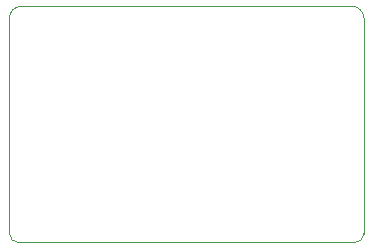
<source format=gbr>
%TF.GenerationSoftware,KiCad,Pcbnew,8.0.0*%
%TF.CreationDate,2024-05-19T22:30:33-07:00*%
%TF.ProjectId,3DPT-breakout-v2,33445054-2d62-4726-9561-6b6f75742d76,rev?*%
%TF.SameCoordinates,Original*%
%TF.FileFunction,Profile,NP*%
%FSLAX46Y46*%
G04 Gerber Fmt 4.6, Leading zero omitted, Abs format (unit mm)*
G04 Created by KiCad (PCBNEW 8.0.0) date 2024-05-19 22:30:33*
%MOMM*%
%LPD*%
G01*
G04 APERTURE LIST*
%TA.AperFunction,Profile*%
%ADD10C,0.100000*%
%TD*%
G04 APERTURE END LIST*
D10*
X118000000Y-107250000D02*
G75*
G02*
X117250000Y-108000000I-750000J0D01*
G01*
X88750000Y-108000000D02*
G75*
G02*
X88000000Y-107250000I0J750000D01*
G01*
X117000000Y-88000000D02*
G75*
G02*
X118000000Y-89000000I0J-1000000D01*
G01*
X118000000Y-107250000D02*
X118000000Y-89000000D01*
X117250000Y-108000000D02*
X88750000Y-108000000D01*
X117000000Y-88000000D02*
X89000000Y-88000000D01*
X88000000Y-107250000D02*
X88000000Y-89000000D01*
X88000000Y-89000000D02*
G75*
G02*
X89000000Y-88000000I1000000J0D01*
G01*
M02*

</source>
